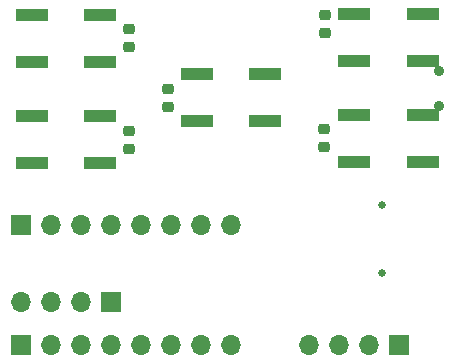
<source format=gbr>
%TF.GenerationSoftware,KiCad,Pcbnew,7.0.9*%
%TF.CreationDate,2024-01-07T17:51:15+01:00*%
%TF.ProjectId,K24LM1MA_veml7700_lightmeter,4b32344c-4d31-44d4-915f-76656d6c3737,rev?*%
%TF.SameCoordinates,Original*%
%TF.FileFunction,Soldermask,Top*%
%TF.FilePolarity,Negative*%
%FSLAX46Y46*%
G04 Gerber Fmt 4.6, Leading zero omitted, Abs format (unit mm)*
G04 Created by KiCad (PCBNEW 7.0.9) date 2024-01-07 17:51:15*
%MOMM*%
%LPD*%
G01*
G04 APERTURE LIST*
G04 Aperture macros list*
%AMRoundRect*
0 Rectangle with rounded corners*
0 $1 Rounding radius*
0 $2 $3 $4 $5 $6 $7 $8 $9 X,Y pos of 4 corners*
0 Add a 4 corners polygon primitive as box body*
4,1,4,$2,$3,$4,$5,$6,$7,$8,$9,$2,$3,0*
0 Add four circle primitives for the rounded corners*
1,1,$1+$1,$2,$3*
1,1,$1+$1,$4,$5*
1,1,$1+$1,$6,$7*
1,1,$1+$1,$8,$9*
0 Add four rect primitives between the rounded corners*
20,1,$1+$1,$2,$3,$4,$5,0*
20,1,$1+$1,$4,$5,$6,$7,0*
20,1,$1+$1,$6,$7,$8,$9,0*
20,1,$1+$1,$8,$9,$2,$3,0*%
G04 Aperture macros list end*
%ADD10RoundRect,0.225000X-0.250000X0.225000X-0.250000X-0.225000X0.250000X-0.225000X0.250000X0.225000X0*%
%ADD11R,1.700000X1.700000*%
%ADD12O,1.700000X1.700000*%
%ADD13R,2.800000X1.000000*%
%ADD14C,0.650000*%
%ADD15C,0.900000*%
G04 APERTURE END LIST*
D10*
%TO.C,C1*%
X147701000Y-109207000D03*
X147701000Y-110757000D03*
%TD*%
D11*
%TO.C,J4*%
X129540000Y-133477000D03*
D12*
X127000000Y-133477000D03*
X124460000Y-133477000D03*
X121920000Y-133477000D03*
%TD*%
D11*
%TO.C,J1*%
X121920000Y-127000000D03*
D12*
X124460000Y-127000000D03*
X127000000Y-127000000D03*
X129540000Y-127000000D03*
X132080000Y-127000000D03*
X134620000Y-127000000D03*
X137160000Y-127000000D03*
X139700000Y-127000000D03*
%TD*%
D11*
%TO.C,J3*%
X153924000Y-137160000D03*
D12*
X151384000Y-137160000D03*
X148844000Y-137160000D03*
X146304000Y-137160000D03*
%TD*%
D11*
%TO.C,J2*%
X121920000Y-137160000D03*
D12*
X124460000Y-137160000D03*
X127000000Y-137160000D03*
X129540000Y-137160000D03*
X132080000Y-137160000D03*
X134620000Y-137160000D03*
X137160000Y-137160000D03*
X139700000Y-137160000D03*
%TD*%
D13*
%TO.C,SW2*%
X150135000Y-117675000D03*
X155935000Y-117675000D03*
X150135000Y-121675000D03*
X155935000Y-121675000D03*
%TD*%
D10*
%TO.C,C5*%
X134366000Y-115430000D03*
X134366000Y-116980000D03*
%TD*%
%TO.C,C4*%
X131064000Y-118986000D03*
X131064000Y-120536000D03*
%TD*%
%TO.C,C3*%
X131064000Y-110350000D03*
X131064000Y-111900000D03*
%TD*%
D13*
%TO.C,SW5*%
X136800000Y-114205000D03*
X142600000Y-114205000D03*
X136800000Y-118205000D03*
X142600000Y-118205000D03*
%TD*%
%TO.C,SW1*%
X150135000Y-109125000D03*
X155935000Y-109125000D03*
X150135000Y-113125000D03*
X155935000Y-113125000D03*
%TD*%
%TO.C,SW4*%
X122830000Y-117725000D03*
X128630000Y-117725000D03*
X122830000Y-121725000D03*
X128630000Y-121725000D03*
%TD*%
%TO.C,SW3*%
X122830000Y-109175000D03*
X128630000Y-109175000D03*
X122830000Y-113175000D03*
X128630000Y-113175000D03*
%TD*%
D10*
%TO.C,C2*%
X147574000Y-118859000D03*
X147574000Y-120409000D03*
%TD*%
D14*
%TO.C,J5*%
X152459000Y-125253000D03*
X152459000Y-131033000D03*
%TD*%
D15*
%TO.C,SW6*%
X157335000Y-113943000D03*
X157335000Y-116943000D03*
%TD*%
M02*

</source>
